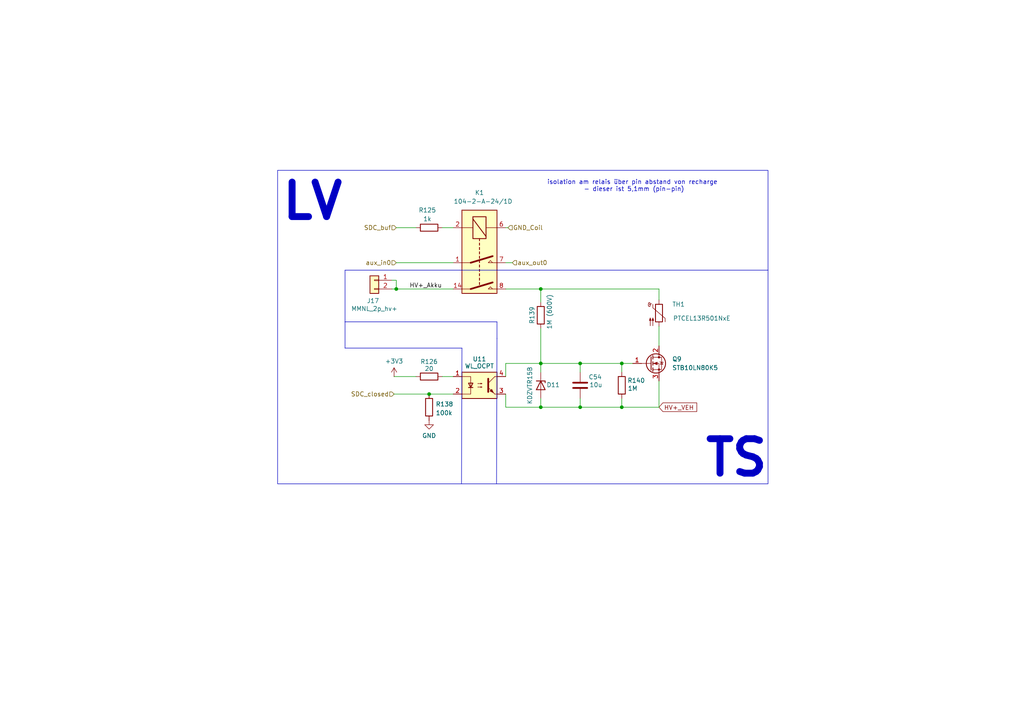
<source format=kicad_sch>
(kicad_sch
	(version 20231120)
	(generator "eeschema")
	(generator_version "8.0")
	(uuid "13e073e0-08f3-43ce-a5c5-b3a3660479c2")
	(paper "A4")
	(lib_symbols
		(symbol "Connector_Generic:Conn_01x02"
			(pin_names
				(offset 1.016) hide)
			(exclude_from_sim no)
			(in_bom yes)
			(on_board yes)
			(property "Reference" "J"
				(at 0 2.54 0)
				(effects
					(font
						(size 1.27 1.27)
					)
				)
			)
			(property "Value" "Conn_01x02"
				(at 0 -5.08 0)
				(effects
					(font
						(size 1.27 1.27)
					)
				)
			)
			(property "Footprint" ""
				(at 0 0 0)
				(effects
					(font
						(size 1.27 1.27)
					)
					(hide yes)
				)
			)
			(property "Datasheet" "~"
				(at 0 0 0)
				(effects
					(font
						(size 1.27 1.27)
					)
					(hide yes)
				)
			)
			(property "Description" "Generic connector, single row, 01x02, script generated (kicad-library-utils/schlib/autogen/connector/)"
				(at 0 0 0)
				(effects
					(font
						(size 1.27 1.27)
					)
					(hide yes)
				)
			)
			(property "ki_keywords" "connector"
				(at 0 0 0)
				(effects
					(font
						(size 1.27 1.27)
					)
					(hide yes)
				)
			)
			(property "ki_fp_filters" "Connector*:*_1x??_*"
				(at 0 0 0)
				(effects
					(font
						(size 1.27 1.27)
					)
					(hide yes)
				)
			)
			(symbol "Conn_01x02_1_1"
				(rectangle
					(start -1.27 -2.413)
					(end 0 -2.667)
					(stroke
						(width 0.1524)
						(type default)
					)
					(fill
						(type none)
					)
				)
				(rectangle
					(start -1.27 0.127)
					(end 0 -0.127)
					(stroke
						(width 0.1524)
						(type default)
					)
					(fill
						(type none)
					)
				)
				(rectangle
					(start -1.27 1.27)
					(end 1.27 -3.81)
					(stroke
						(width 0.254)
						(type default)
					)
					(fill
						(type background)
					)
				)
				(pin passive line
					(at -5.08 0 0)
					(length 3.81)
					(name "Pin_1"
						(effects
							(font
								(size 1.27 1.27)
							)
						)
					)
					(number "1"
						(effects
							(font
								(size 1.27 1.27)
							)
						)
					)
				)
				(pin passive line
					(at -5.08 -2.54 0)
					(length 3.81)
					(name "Pin_2"
						(effects
							(font
								(size 1.27 1.27)
							)
						)
					)
					(number "2"
						(effects
							(font
								(size 1.27 1.27)
							)
						)
					)
				)
			)
		)
		(symbol "Device:C"
			(pin_numbers hide)
			(pin_names
				(offset 0.254)
			)
			(exclude_from_sim no)
			(in_bom yes)
			(on_board yes)
			(property "Reference" "C"
				(at 0.635 2.54 0)
				(effects
					(font
						(size 1.27 1.27)
					)
					(justify left)
				)
			)
			(property "Value" "C"
				(at 0.635 -2.54 0)
				(effects
					(font
						(size 1.27 1.27)
					)
					(justify left)
				)
			)
			(property "Footprint" ""
				(at 0.9652 -3.81 0)
				(effects
					(font
						(size 1.27 1.27)
					)
					(hide yes)
				)
			)
			(property "Datasheet" "~"
				(at 0 0 0)
				(effects
					(font
						(size 1.27 1.27)
					)
					(hide yes)
				)
			)
			(property "Description" "Unpolarized capacitor"
				(at 0 0 0)
				(effects
					(font
						(size 1.27 1.27)
					)
					(hide yes)
				)
			)
			(property "ki_keywords" "cap capacitor"
				(at 0 0 0)
				(effects
					(font
						(size 1.27 1.27)
					)
					(hide yes)
				)
			)
			(property "ki_fp_filters" "C_*"
				(at 0 0 0)
				(effects
					(font
						(size 1.27 1.27)
					)
					(hide yes)
				)
			)
			(symbol "C_0_1"
				(polyline
					(pts
						(xy -2.032 -0.762) (xy 2.032 -0.762)
					)
					(stroke
						(width 0.508)
						(type default)
					)
					(fill
						(type none)
					)
				)
				(polyline
					(pts
						(xy -2.032 0.762) (xy 2.032 0.762)
					)
					(stroke
						(width 0.508)
						(type default)
					)
					(fill
						(type none)
					)
				)
			)
			(symbol "C_1_1"
				(pin passive line
					(at 0 3.81 270)
					(length 2.794)
					(name "~"
						(effects
							(font
								(size 1.27 1.27)
							)
						)
					)
					(number "1"
						(effects
							(font
								(size 1.27 1.27)
							)
						)
					)
				)
				(pin passive line
					(at 0 -3.81 90)
					(length 2.794)
					(name "~"
						(effects
							(font
								(size 1.27 1.27)
							)
						)
					)
					(number "2"
						(effects
							(font
								(size 1.27 1.27)
							)
						)
					)
				)
			)
		)
		(symbol "Device:D_Zener"
			(pin_numbers hide)
			(pin_names
				(offset 1.016) hide)
			(exclude_from_sim no)
			(in_bom yes)
			(on_board yes)
			(property "Reference" "D"
				(at 0 2.54 0)
				(effects
					(font
						(size 1.27 1.27)
					)
				)
			)
			(property "Value" "D_Zener"
				(at 0 -2.54 0)
				(effects
					(font
						(size 1.27 1.27)
					)
				)
			)
			(property "Footprint" ""
				(at 0 0 0)
				(effects
					(font
						(size 1.27 1.27)
					)
					(hide yes)
				)
			)
			(property "Datasheet" "~"
				(at 0 0 0)
				(effects
					(font
						(size 1.27 1.27)
					)
					(hide yes)
				)
			)
			(property "Description" "Zener diode"
				(at 0 0 0)
				(effects
					(font
						(size 1.27 1.27)
					)
					(hide yes)
				)
			)
			(property "ki_keywords" "diode"
				(at 0 0 0)
				(effects
					(font
						(size 1.27 1.27)
					)
					(hide yes)
				)
			)
			(property "ki_fp_filters" "TO-???* *_Diode_* *SingleDiode* D_*"
				(at 0 0 0)
				(effects
					(font
						(size 1.27 1.27)
					)
					(hide yes)
				)
			)
			(symbol "D_Zener_0_1"
				(polyline
					(pts
						(xy 1.27 0) (xy -1.27 0)
					)
					(stroke
						(width 0)
						(type default)
					)
					(fill
						(type none)
					)
				)
				(polyline
					(pts
						(xy -1.27 -1.27) (xy -1.27 1.27) (xy -0.762 1.27)
					)
					(stroke
						(width 0.254)
						(type default)
					)
					(fill
						(type none)
					)
				)
				(polyline
					(pts
						(xy 1.27 -1.27) (xy 1.27 1.27) (xy -1.27 0) (xy 1.27 -1.27)
					)
					(stroke
						(width 0.254)
						(type default)
					)
					(fill
						(type none)
					)
				)
			)
			(symbol "D_Zener_1_1"
				(pin passive line
					(at -3.81 0 0)
					(length 2.54)
					(name "K"
						(effects
							(font
								(size 1.27 1.27)
							)
						)
					)
					(number "1"
						(effects
							(font
								(size 1.27 1.27)
							)
						)
					)
				)
				(pin passive line
					(at 3.81 0 180)
					(length 2.54)
					(name "A"
						(effects
							(font
								(size 1.27 1.27)
							)
						)
					)
					(number "2"
						(effects
							(font
								(size 1.27 1.27)
							)
						)
					)
				)
			)
		)
		(symbol "Device:R"
			(pin_numbers hide)
			(pin_names
				(offset 0)
			)
			(exclude_from_sim no)
			(in_bom yes)
			(on_board yes)
			(property "Reference" "R"
				(at 2.032 0 90)
				(effects
					(font
						(size 1.27 1.27)
					)
				)
			)
			(property "Value" "R"
				(at 0 0 90)
				(effects
					(font
						(size 1.27 1.27)
					)
				)
			)
			(property "Footprint" ""
				(at -1.778 0 90)
				(effects
					(font
						(size 1.27 1.27)
					)
					(hide yes)
				)
			)
			(property "Datasheet" "~"
				(at 0 0 0)
				(effects
					(font
						(size 1.27 1.27)
					)
					(hide yes)
				)
			)
			(property "Description" "Resistor"
				(at 0 0 0)
				(effects
					(font
						(size 1.27 1.27)
					)
					(hide yes)
				)
			)
			(property "ki_keywords" "R res resistor"
				(at 0 0 0)
				(effects
					(font
						(size 1.27 1.27)
					)
					(hide yes)
				)
			)
			(property "ki_fp_filters" "R_*"
				(at 0 0 0)
				(effects
					(font
						(size 1.27 1.27)
					)
					(hide yes)
				)
			)
			(symbol "R_0_1"
				(rectangle
					(start -1.016 -2.54)
					(end 1.016 2.54)
					(stroke
						(width 0.254)
						(type default)
					)
					(fill
						(type none)
					)
				)
			)
			(symbol "R_1_1"
				(pin passive line
					(at 0 3.81 270)
					(length 1.27)
					(name "~"
						(effects
							(font
								(size 1.27 1.27)
							)
						)
					)
					(number "1"
						(effects
							(font
								(size 1.27 1.27)
							)
						)
					)
				)
				(pin passive line
					(at 0 -3.81 90)
					(length 1.27)
					(name "~"
						(effects
							(font
								(size 1.27 1.27)
							)
						)
					)
					(number "2"
						(effects
							(font
								(size 1.27 1.27)
							)
						)
					)
				)
			)
		)
		(symbol "Device:Thermistor_PTC"
			(pin_numbers hide)
			(pin_names
				(offset 0)
			)
			(exclude_from_sim no)
			(in_bom yes)
			(on_board yes)
			(property "Reference" "TH"
				(at -4.064 0 90)
				(effects
					(font
						(size 1.27 1.27)
					)
				)
			)
			(property "Value" "Thermistor_PTC"
				(at 3.048 0 90)
				(effects
					(font
						(size 1.27 1.27)
					)
				)
			)
			(property "Footprint" ""
				(at 1.27 -5.08 0)
				(effects
					(font
						(size 1.27 1.27)
					)
					(justify left)
					(hide yes)
				)
			)
			(property "Datasheet" "~"
				(at 0 0 0)
				(effects
					(font
						(size 1.27 1.27)
					)
					(hide yes)
				)
			)
			(property "Description" "Temperature dependent resistor, positive temperature coefficient"
				(at 0 0 0)
				(effects
					(font
						(size 1.27 1.27)
					)
					(hide yes)
				)
			)
			(property "ki_keywords" "resistor PTC thermistor sensor RTD"
				(at 0 0 0)
				(effects
					(font
						(size 1.27 1.27)
					)
					(hide yes)
				)
			)
			(property "ki_fp_filters" "*PTC* *Thermistor* PIN?ARRAY* bornier* *Terminal?Block* R_*"
				(at 0 0 0)
				(effects
					(font
						(size 1.27 1.27)
					)
					(hide yes)
				)
			)
			(symbol "Thermistor_PTC_0_1"
				(arc
					(start -3.048 2.159)
					(mid -3.0495 2.3143)
					(end -3.175 2.413)
					(stroke
						(width 0)
						(type default)
					)
					(fill
						(type none)
					)
				)
				(arc
					(start -3.048 2.159)
					(mid -2.9736 1.9794)
					(end -2.794 1.905)
					(stroke
						(width 0)
						(type default)
					)
					(fill
						(type none)
					)
				)
				(arc
					(start -3.048 2.794)
					(mid -2.9736 2.6144)
					(end -2.794 2.54)
					(stroke
						(width 0)
						(type default)
					)
					(fill
						(type none)
					)
				)
				(arc
					(start -2.794 1.905)
					(mid -2.6144 1.9794)
					(end -2.54 2.159)
					(stroke
						(width 0)
						(type default)
					)
					(fill
						(type none)
					)
				)
				(arc
					(start -2.794 2.54)
					(mid -2.4393 2.5587)
					(end -2.159 2.794)
					(stroke
						(width 0)
						(type default)
					)
					(fill
						(type none)
					)
				)
				(arc
					(start -2.794 3.048)
					(mid -2.9736 2.9736)
					(end -3.048 2.794)
					(stroke
						(width 0)
						(type default)
					)
					(fill
						(type none)
					)
				)
				(arc
					(start -2.54 2.794)
					(mid -2.6144 2.9736)
					(end -2.794 3.048)
					(stroke
						(width 0)
						(type default)
					)
					(fill
						(type none)
					)
				)
				(rectangle
					(start -1.016 2.54)
					(end 1.016 -2.54)
					(stroke
						(width 0.254)
						(type default)
					)
					(fill
						(type none)
					)
				)
				(polyline
					(pts
						(xy -2.54 2.159) (xy -2.54 2.794)
					)
					(stroke
						(width 0)
						(type default)
					)
					(fill
						(type none)
					)
				)
				(polyline
					(pts
						(xy -1.778 2.54) (xy -1.778 1.524) (xy 1.778 -1.524) (xy 1.778 -2.54)
					)
					(stroke
						(width 0)
						(type default)
					)
					(fill
						(type none)
					)
				)
				(polyline
					(pts
						(xy -2.54 -3.683) (xy -2.54 -1.397) (xy -2.794 -2.159) (xy -2.286 -2.159) (xy -2.54 -1.397) (xy -2.54 -1.651)
					)
					(stroke
						(width 0)
						(type default)
					)
					(fill
						(type outline)
					)
				)
				(polyline
					(pts
						(xy -1.778 -3.683) (xy -1.778 -1.397) (xy -2.032 -2.159) (xy -1.524 -2.159) (xy -1.778 -1.397)
						(xy -1.778 -1.651)
					)
					(stroke
						(width 0)
						(type default)
					)
					(fill
						(type outline)
					)
				)
			)
			(symbol "Thermistor_PTC_1_1"
				(pin passive line
					(at 0 3.81 270)
					(length 1.27)
					(name "~"
						(effects
							(font
								(size 1.27 1.27)
							)
						)
					)
					(number "1"
						(effects
							(font
								(size 1.27 1.27)
							)
						)
					)
				)
				(pin passive line
					(at 0 -3.81 90)
					(length 1.27)
					(name "~"
						(effects
							(font
								(size 1.27 1.27)
							)
						)
					)
					(number "2"
						(effects
							(font
								(size 1.27 1.27)
							)
						)
					)
				)
			)
		)
		(symbol "Isolator:FODM217A"
			(exclude_from_sim no)
			(in_bom yes)
			(on_board yes)
			(property "Reference" "U4"
				(at 1.27 7.62 0)
				(effects
					(font
						(size 1.27 1.27)
					)
				)
			)
			(property "Value" "WL_OCDA"
				(at 1.27 5.588 0)
				(effects
					(font
						(size 1.27 1.27)
					)
				)
			)
			(property "Footprint" "Package_SO:SOP-4_4.4x2.6mm_P1.27mm"
				(at 0 -5.08 0)
				(effects
					(font
						(size 1.27 1.27)
						(italic yes)
					)
					(hide yes)
				)
			)
			(property "Datasheet" ""
				(at 0 0 0)
				(effects
					(font
						(size 1.27 1.27)
					)
					(justify left)
					(hide yes)
				)
			)
			(property "Description" "141352145000"
				(at 0 0 0)
				(effects
					(font
						(size 1.27 1.27)
					)
					(hide yes)
				)
			)
			(property "ki_keywords" "DC Phototransistor Optocoupler"
				(at 0 0 0)
				(effects
					(font
						(size 1.27 1.27)
					)
					(hide yes)
				)
			)
			(property "ki_fp_filters" "SOP*4.4x2.6mm*P1.27mm*"
				(at 0 0 0)
				(effects
					(font
						(size 1.27 1.27)
					)
					(hide yes)
				)
			)
			(symbol "FODM217A_0_1"
				(rectangle
					(start -5.08 3.81)
					(end 5.08 -3.81)
					(stroke
						(width 0.254)
						(type default)
					)
					(fill
						(type background)
					)
				)
				(polyline
					(pts
						(xy -3.175 -0.635) (xy -1.905 -0.635)
					)
					(stroke
						(width 0.254)
						(type default)
					)
					(fill
						(type none)
					)
				)
				(polyline
					(pts
						(xy 2.54 0.635) (xy 4.445 2.54)
					)
					(stroke
						(width 0)
						(type default)
					)
					(fill
						(type none)
					)
				)
				(polyline
					(pts
						(xy 4.445 -2.54) (xy 2.54 -0.635)
					)
					(stroke
						(width 0)
						(type default)
					)
					(fill
						(type outline)
					)
				)
				(polyline
					(pts
						(xy 4.445 -2.54) (xy 5.08 -2.54)
					)
					(stroke
						(width 0)
						(type default)
					)
					(fill
						(type none)
					)
				)
				(polyline
					(pts
						(xy 4.445 2.54) (xy 5.08 2.54)
					)
					(stroke
						(width 0)
						(type default)
					)
					(fill
						(type none)
					)
				)
				(polyline
					(pts
						(xy -5.08 2.54) (xy -2.54 2.54) (xy -2.54 -0.635)
					)
					(stroke
						(width 0)
						(type default)
					)
					(fill
						(type none)
					)
				)
				(polyline
					(pts
						(xy -2.54 -0.635) (xy -2.54 -2.54) (xy -5.08 -2.54)
					)
					(stroke
						(width 0)
						(type default)
					)
					(fill
						(type none)
					)
				)
				(polyline
					(pts
						(xy 2.54 1.905) (xy 2.54 -1.905) (xy 2.54 -1.905)
					)
					(stroke
						(width 0.508)
						(type default)
					)
					(fill
						(type none)
					)
				)
				(polyline
					(pts
						(xy -2.54 -0.635) (xy -3.175 0.635) (xy -1.905 0.635) (xy -2.54 -0.635)
					)
					(stroke
						(width 0.254)
						(type default)
					)
					(fill
						(type none)
					)
				)
				(polyline
					(pts
						(xy -0.508 -0.508) (xy 0.762 -0.508) (xy 0.381 -0.635) (xy 0.381 -0.381) (xy 0.762 -0.508)
					)
					(stroke
						(width 0)
						(type default)
					)
					(fill
						(type none)
					)
				)
				(polyline
					(pts
						(xy -0.508 0.508) (xy 0.762 0.508) (xy 0.381 0.381) (xy 0.381 0.635) (xy 0.762 0.508)
					)
					(stroke
						(width 0)
						(type default)
					)
					(fill
						(type none)
					)
				)
				(polyline
					(pts
						(xy 3.048 -1.651) (xy 3.556 -1.143) (xy 4.064 -2.159) (xy 3.048 -1.651) (xy 3.048 -1.651)
					)
					(stroke
						(width 0)
						(type default)
					)
					(fill
						(type outline)
					)
				)
			)
			(symbol "FODM217A_1_1"
				(pin passive line
					(at -7.62 2.54 0)
					(length 2.54)
					(name "~"
						(effects
							(font
								(size 1.27 1.27)
							)
						)
					)
					(number "1"
						(effects
							(font
								(size 1.27 1.27)
							)
						)
					)
				)
				(pin passive line
					(at -7.62 -2.54 0)
					(length 2.54)
					(name "~"
						(effects
							(font
								(size 1.27 1.27)
							)
						)
					)
					(number "2"
						(effects
							(font
								(size 1.27 1.27)
							)
						)
					)
				)
				(pin passive line
					(at 7.62 -2.54 180)
					(length 2.54)
					(name "~"
						(effects
							(font
								(size 1.27 1.27)
							)
						)
					)
					(number "3"
						(effects
							(font
								(size 1.27 1.27)
							)
						)
					)
				)
				(pin passive line
					(at 7.62 2.54 180)
					(length 2.54)
					(name "~"
						(effects
							(font
								(size 1.27 1.27)
							)
						)
					)
					(number "4"
						(effects
							(font
								(size 1.27 1.27)
							)
						)
					)
				)
			)
		)
		(symbol "Relay:DIPxx-2Axx-21x"
			(exclude_from_sim no)
			(in_bom yes)
			(on_board yes)
			(property "Reference" "K"
				(at 12.7 3.81 0)
				(effects
					(font
						(size 1.27 1.27)
					)
					(justify left)
				)
			)
			(property "Value" "DIPxx-2Axx-21x"
				(at 12.7 1.27 0)
				(effects
					(font
						(size 1.27 1.27)
					)
					(justify left)
				)
			)
			(property "Footprint" "Relay_THT:Relay_StandexMeder_DIP_LowProfile"
				(at 12.7 -1.27 0)
				(effects
					(font
						(size 1.27 1.27)
					)
					(justify left)
					(hide yes)
				)
			)
			(property "Datasheet" "https://standexelectronics.com/wp-content/uploads/datasheet_reed_relay_DIP.pdf"
				(at 0 0 0)
				(effects
					(font
						(size 1.27 1.27)
					)
					(hide yes)
				)
			)
			(property "Description" "Standex Meder DIP reed relay, DPST, Closing Contacts"
				(at 0 0 0)
				(effects
					(font
						(size 1.27 1.27)
					)
					(hide yes)
				)
			)
			(property "ki_keywords" "Single Pole Reed Relay DPST"
				(at 0 0 0)
				(effects
					(font
						(size 1.27 1.27)
					)
					(hide yes)
				)
			)
			(property "ki_fp_filters" "Relay*StandexMeder*DIP*LowProfile*"
				(at 0 0 0)
				(effects
					(font
						(size 1.27 1.27)
					)
					(hide yes)
				)
			)
			(symbol "DIPxx-2Axx-21x_0_0"
				(polyline
					(pts
						(xy 2.54 5.08) (xy 2.54 2.54) (xy 1.905 3.175) (xy 2.54 3.81)
					)
					(stroke
						(width 0)
						(type default)
					)
					(fill
						(type none)
					)
				)
				(polyline
					(pts
						(xy 10.16 5.08) (xy 10.16 2.54) (xy 9.525 3.175) (xy 10.16 3.81)
					)
					(stroke
						(width 0)
						(type default)
					)
					(fill
						(type none)
					)
				)
			)
			(symbol "DIPxx-2Axx-21x_0_1"
				(rectangle
					(start -12.7 5.08)
					(end 11.43 -5.08)
					(stroke
						(width 0.254)
						(type default)
					)
					(fill
						(type background)
					)
				)
				(rectangle
					(start -10.795 1.905)
					(end -4.445 -1.905)
					(stroke
						(width 0.254)
						(type default)
					)
					(fill
						(type none)
					)
				)
				(polyline
					(pts
						(xy -10.16 -1.905) (xy -5.08 1.905)
					)
					(stroke
						(width 0.254)
						(type default)
					)
					(fill
						(type none)
					)
				)
				(polyline
					(pts
						(xy -7.62 -5.08) (xy -7.62 -1.905)
					)
					(stroke
						(width 0)
						(type default)
					)
					(fill
						(type none)
					)
				)
				(polyline
					(pts
						(xy -7.62 5.08) (xy -7.62 1.905)
					)
					(stroke
						(width 0)
						(type default)
					)
					(fill
						(type none)
					)
				)
				(polyline
					(pts
						(xy -4.445 0) (xy -3.81 0)
					)
					(stroke
						(width 0.254)
						(type default)
					)
					(fill
						(type none)
					)
				)
				(polyline
					(pts
						(xy -3.175 0) (xy -2.54 0)
					)
					(stroke
						(width 0.254)
						(type default)
					)
					(fill
						(type none)
					)
				)
				(polyline
					(pts
						(xy -1.905 0) (xy -1.27 0)
					)
					(stroke
						(width 0.254)
						(type default)
					)
					(fill
						(type none)
					)
				)
				(polyline
					(pts
						(xy -0.635 0) (xy 0 0)
					)
					(stroke
						(width 0.254)
						(type default)
					)
					(fill
						(type none)
					)
				)
				(polyline
					(pts
						(xy 0.635 0) (xy 1.27 0)
					)
					(stroke
						(width 0.254)
						(type default)
					)
					(fill
						(type none)
					)
				)
				(polyline
					(pts
						(xy 1.905 0) (xy 2.54 0)
					)
					(stroke
						(width 0.254)
						(type default)
					)
					(fill
						(type none)
					)
				)
				(polyline
					(pts
						(xy 2.54 -2.54) (xy 0.635 3.81)
					)
					(stroke
						(width 0.508)
						(type default)
					)
					(fill
						(type none)
					)
				)
				(polyline
					(pts
						(xy 2.54 -2.54) (xy 2.54 -5.08)
					)
					(stroke
						(width 0)
						(type default)
					)
					(fill
						(type none)
					)
				)
				(polyline
					(pts
						(xy 3.175 0) (xy 3.81 0)
					)
					(stroke
						(width 0.254)
						(type default)
					)
					(fill
						(type none)
					)
				)
				(polyline
					(pts
						(xy 4.445 0) (xy 5.08 0)
					)
					(stroke
						(width 0.254)
						(type default)
					)
					(fill
						(type none)
					)
				)
				(polyline
					(pts
						(xy 5.715 0) (xy 6.35 0)
					)
					(stroke
						(width 0.254)
						(type default)
					)
					(fill
						(type none)
					)
				)
				(polyline
					(pts
						(xy 6.985 0) (xy 7.62 0)
					)
					(stroke
						(width 0.254)
						(type default)
					)
					(fill
						(type none)
					)
				)
				(polyline
					(pts
						(xy 8.255 0) (xy 8.89 0)
					)
					(stroke
						(width 0.254)
						(type default)
					)
					(fill
						(type none)
					)
				)
				(polyline
					(pts
						(xy 10.16 -2.54) (xy 8.255 3.81)
					)
					(stroke
						(width 0.508)
						(type default)
					)
					(fill
						(type none)
					)
				)
				(polyline
					(pts
						(xy 10.16 -2.54) (xy 10.16 -5.08)
					)
					(stroke
						(width 0)
						(type default)
					)
					(fill
						(type none)
					)
				)
			)
			(symbol "DIPxx-2Axx-21x_1_1"
				(pin passive line
					(at 2.54 -7.62 90)
					(length 2.54)
					(name "~"
						(effects
							(font
								(size 1.27 1.27)
							)
						)
					)
					(number "1"
						(effects
							(font
								(size 1.27 1.27)
							)
						)
					)
				)
				(pin passive line
					(at 10.16 -7.62 90)
					(length 2.54)
					(name "~"
						(effects
							(font
								(size 1.27 1.27)
							)
						)
					)
					(number "14"
						(effects
							(font
								(size 1.27 1.27)
							)
						)
					)
				)
				(pin passive line
					(at -7.62 -7.62 90)
					(length 2.54)
					(name "~"
						(effects
							(font
								(size 1.27 1.27)
							)
						)
					)
					(number "2"
						(effects
							(font
								(size 1.27 1.27)
							)
						)
					)
				)
				(pin passive line
					(at -7.62 7.62 270)
					(length 2.54)
					(name "~"
						(effects
							(font
								(size 1.27 1.27)
							)
						)
					)
					(number "6"
						(effects
							(font
								(size 1.27 1.27)
							)
						)
					)
				)
				(pin passive line
					(at 2.54 7.62 270)
					(length 2.54)
					(name "~"
						(effects
							(font
								(size 1.27 1.27)
							)
						)
					)
					(number "7"
						(effects
							(font
								(size 1.27 1.27)
							)
						)
					)
				)
				(pin passive line
					(at 10.16 7.62 270)
					(length 2.54)
					(name "~"
						(effects
							(font
								(size 1.27 1.27)
							)
						)
					)
					(number "8"
						(effects
							(font
								(size 1.27 1.27)
							)
						)
					)
				)
			)
		)
		(symbol "Transistor_FET:STB15N80K5"
			(pin_names hide)
			(exclude_from_sim no)
			(in_bom yes)
			(on_board yes)
			(property "Reference" "Q"
				(at 5.08 1.905 0)
				(effects
					(font
						(size 1.27 1.27)
					)
					(justify left)
				)
			)
			(property "Value" "STB15N80K5"
				(at 5.08 0 0)
				(effects
					(font
						(size 1.27 1.27)
					)
					(justify left)
				)
			)
			(property "Footprint" "Package_TO_SOT_SMD:TO-263-2"
				(at 5.08 -1.905 0)
				(effects
					(font
						(size 1.27 1.27)
						(italic yes)
					)
					(justify left)
					(hide yes)
				)
			)
			(property "Datasheet" "https://www.st.com/resource/en/datasheet/stb15n80k5.pdf"
				(at 5.08 -3.81 0)
				(effects
					(font
						(size 1.27 1.27)
					)
					(justify left)
					(hide yes)
				)
			)
			(property "Description" "14A Id, 800V Vds, N-Channel MOSFET, 375mOhm Ron, D2PAK"
				(at 0 0 0)
				(effects
					(font
						(size 1.27 1.27)
					)
					(hide yes)
				)
			)
			(property "ki_keywords" "N-Channel MOSFET"
				(at 0 0 0)
				(effects
					(font
						(size 1.27 1.27)
					)
					(hide yes)
				)
			)
			(property "ki_fp_filters" "TO?263*"
				(at 0 0 0)
				(effects
					(font
						(size 1.27 1.27)
					)
					(hide yes)
				)
			)
			(symbol "STB15N80K5_0_1"
				(polyline
					(pts
						(xy 0.254 0) (xy -2.54 0)
					)
					(stroke
						(width 0)
						(type default)
					)
					(fill
						(type none)
					)
				)
				(polyline
					(pts
						(xy 0.254 1.905) (xy 0.254 -1.905)
					)
					(stroke
						(width 0.254)
						(type default)
					)
					(fill
						(type none)
					)
				)
				(polyline
					(pts
						(xy 0.762 -1.27) (xy 0.762 -2.286)
					)
					(stroke
						(width 0.254)
						(type default)
					)
					(fill
						(type none)
					)
				)
				(polyline
					(pts
						(xy 0.762 0.508) (xy 0.762 -0.508)
					)
					(stroke
						(width 0.254)
						(type default)
					)
					(fill
						(type none)
					)
				)
				(polyline
					(pts
						(xy 0.762 2.286) (xy 0.762 1.27)
					)
					(stroke
						(width 0.254)
						(type default)
					)
					(fill
						(type none)
					)
				)
				(polyline
					(pts
						(xy 2.54 2.54) (xy 2.54 1.778)
					)
					(stroke
						(width 0)
						(type default)
					)
					(fill
						(type none)
					)
				)
				(polyline
					(pts
						(xy 2.54 -2.54) (xy 2.54 0) (xy 0.762 0)
					)
					(stroke
						(width 0)
						(type default)
					)
					(fill
						(type none)
					)
				)
				(polyline
					(pts
						(xy 0.762 -1.778) (xy 3.302 -1.778) (xy 3.302 1.778) (xy 0.762 1.778)
					)
					(stroke
						(width 0)
						(type default)
					)
					(fill
						(type none)
					)
				)
				(polyline
					(pts
						(xy 1.016 0) (xy 2.032 0.381) (xy 2.032 -0.381) (xy 1.016 0)
					)
					(stroke
						(width 0)
						(type default)
					)
					(fill
						(type outline)
					)
				)
				(polyline
					(pts
						(xy 2.794 0.508) (xy 2.921 0.381) (xy 3.683 0.381) (xy 3.81 0.254)
					)
					(stroke
						(width 0)
						(type default)
					)
					(fill
						(type none)
					)
				)
				(polyline
					(pts
						(xy 3.302 0.381) (xy 2.921 -0.254) (xy 3.683 -0.254) (xy 3.302 0.381)
					)
					(stroke
						(width 0)
						(type default)
					)
					(fill
						(type none)
					)
				)
				(circle
					(center 1.651 0)
					(radius 2.794)
					(stroke
						(width 0.254)
						(type default)
					)
					(fill
						(type none)
					)
				)
				(circle
					(center 2.54 -1.778)
					(radius 0.254)
					(stroke
						(width 0)
						(type default)
					)
					(fill
						(type outline)
					)
				)
				(circle
					(center 2.54 1.778)
					(radius 0.254)
					(stroke
						(width 0)
						(type default)
					)
					(fill
						(type outline)
					)
				)
			)
			(symbol "STB15N80K5_1_1"
				(pin passive line
					(at -5.08 0 0)
					(length 2.54)
					(name "G"
						(effects
							(font
								(size 1.27 1.27)
							)
						)
					)
					(number "1"
						(effects
							(font
								(size 1.27 1.27)
							)
						)
					)
				)
				(pin passive line
					(at 2.54 5.08 270)
					(length 2.54)
					(name "D"
						(effects
							(font
								(size 1.27 1.27)
							)
						)
					)
					(number "2"
						(effects
							(font
								(size 1.27 1.27)
							)
						)
					)
				)
				(pin passive line
					(at 2.54 -5.08 90)
					(length 2.54)
					(name "S"
						(effects
							(font
								(size 1.27 1.27)
							)
						)
					)
					(number "3"
						(effects
							(font
								(size 1.27 1.27)
							)
						)
					)
				)
			)
		)
		(symbol "power:+3V3"
			(power)
			(pin_numbers hide)
			(pin_names
				(offset 0) hide)
			(exclude_from_sim no)
			(in_bom yes)
			(on_board yes)
			(property "Reference" "#PWR"
				(at 0 -3.81 0)
				(effects
					(font
						(size 1.27 1.27)
					)
					(hide yes)
				)
			)
			(property "Value" "+3V3"
				(at 0 3.556 0)
				(effects
					(font
						(size 1.27 1.27)
					)
				)
			)
			(property "Footprint" ""
				(at 0 0 0)
				(effects
					(font
						(size 1.27 1.27)
					)
					(hide yes)
				)
			)
			(property "Datasheet" ""
				(at 0 0 0)
				(effects
					(font
						(size 1.27 1.27)
					)
					(hide yes)
				)
			)
			(property "Description" "Power symbol creates a global label with name \"+3V3\""
				(at 0 0 0)
				(effects
					(font
						(size 1.27 1.27)
					)
					(hide yes)
				)
			)
			(property "ki_keywords" "global power"
				(at 0 0 0)
				(effects
					(font
						(size 1.27 1.27)
					)
					(hide yes)
				)
			)
			(symbol "+3V3_0_1"
				(polyline
					(pts
						(xy -0.762 1.27) (xy 0 2.54)
					)
					(stroke
						(width 0)
						(type default)
					)
					(fill
						(type none)
					)
				)
				(polyline
					(pts
						(xy 0 0) (xy 0 2.54)
					)
					(stroke
						(width 0)
						(type default)
					)
					(fill
						(type none)
					)
				)
				(polyline
					(pts
						(xy 0 2.54) (xy 0.762 1.27)
					)
					(stroke
						(width 0)
						(type default)
					)
					(fill
						(type none)
					)
				)
			)
			(symbol "+3V3_1_1"
				(pin power_in line
					(at 0 0 90)
					(length 0)
					(name "~"
						(effects
							(font
								(size 1.27 1.27)
							)
						)
					)
					(number "1"
						(effects
							(font
								(size 1.27 1.27)
							)
						)
					)
				)
			)
		)
		(symbol "power:GND"
			(power)
			(pin_numbers hide)
			(pin_names
				(offset 0) hide)
			(exclude_from_sim no)
			(in_bom yes)
			(on_board yes)
			(property "Reference" "#PWR"
				(at 0 -6.35 0)
				(effects
					(font
						(size 1.27 1.27)
					)
					(hide yes)
				)
			)
			(property "Value" "GND"
				(at 0 -3.81 0)
				(effects
					(font
						(size 1.27 1.27)
					)
				)
			)
			(property "Footprint" ""
				(at 0 0 0)
				(effects
					(font
						(size 1.27 1.27)
					)
					(hide yes)
				)
			)
			(property "Datasheet" ""
				(at 0 0 0)
				(effects
					(font
						(size 1.27 1.27)
					)
					(hide yes)
				)
			)
			(property "Description" "Power symbol creates a global label with name \"GND\" , ground"
				(at 0 0 0)
				(effects
					(font
						(size 1.27 1.27)
					)
					(hide yes)
				)
			)
			(property "ki_keywords" "global power"
				(at 0 0 0)
				(effects
					(font
						(size 1.27 1.27)
					)
					(hide yes)
				)
			)
			(symbol "GND_0_1"
				(polyline
					(pts
						(xy 0 0) (xy 0 -1.27) (xy 1.27 -1.27) (xy 0 -2.54) (xy -1.27 -1.27) (xy 0 -1.27)
					)
					(stroke
						(width 0)
						(type default)
					)
					(fill
						(type none)
					)
				)
			)
			(symbol "GND_1_1"
				(pin power_in line
					(at 0 0 270)
					(length 0)
					(name "~"
						(effects
							(font
								(size 1.27 1.27)
							)
						)
					)
					(number "1"
						(effects
							(font
								(size 1.27 1.27)
							)
						)
					)
				)
			)
		)
	)
	(junction
		(at 180.34 118.11)
		(diameter 0)
		(color 0 0 0 0)
		(uuid "3dbcd1f7-cab8-4b17-b9b1-292d82bbd200")
	)
	(junction
		(at 156.845 118.11)
		(diameter 0)
		(color 0 0 0 0)
		(uuid "46531e1a-bdd5-41a7-8f23-684e19d65934")
	)
	(junction
		(at 114.935 83.82)
		(diameter 0)
		(color 0 0 0 0)
		(uuid "69126a6c-e8f2-4642-8ec4-253f40d4767e")
	)
	(junction
		(at 156.845 105.41)
		(diameter 0)
		(color 0 0 0 0)
		(uuid "8a3ade5b-770f-4493-9fd9-a08b40e0beab")
	)
	(junction
		(at 168.275 105.41)
		(diameter 0)
		(color 0 0 0 0)
		(uuid "91744895-41af-4831-b47d-b4b860b19d65")
	)
	(junction
		(at 180.34 105.41)
		(diameter 0)
		(color 0 0 0 0)
		(uuid "9f696f8c-4a1b-4fa2-bcfb-3d8ab899a9dc")
	)
	(junction
		(at 156.845 83.82)
		(diameter 0)
		(color 0 0 0 0)
		(uuid "a5fcc108-7dc8-4be1-9b6d-f2f3c2c67209")
	)
	(junction
		(at 168.275 118.11)
		(diameter 0)
		(color 0 0 0 0)
		(uuid "aa11f6ca-e8c8-4758-99cd-70230615c32f")
	)
	(junction
		(at 124.46 114.3)
		(diameter 0)
		(color 0 0 0 0)
		(uuid "aa393a9f-4d2a-4e95-b143-190f03f0f5c6")
	)
	(wire
		(pts
			(xy 191.135 94.615) (xy 191.135 100.33)
		)
		(stroke
			(width 0)
			(type default)
		)
		(uuid "0aee1144-2e02-44b4-96c5-8dffa94d6bd9")
	)
	(wire
		(pts
			(xy 114.935 83.82) (xy 131.445 83.82)
		)
		(stroke
			(width 0)
			(type default)
		)
		(uuid "0c0d2e09-8716-4761-9d55-4fa087676277")
	)
	(wire
		(pts
			(xy 114.935 76.2) (xy 131.445 76.2)
		)
		(stroke
			(width 0)
			(type default)
		)
		(uuid "10b8b25b-6bf5-4456-bfd8-cec80d18a16b")
	)
	(wire
		(pts
			(xy 168.275 118.11) (xy 180.34 118.11)
		)
		(stroke
			(width 0)
			(type default)
		)
		(uuid "11cd3966-2715-4663-8e83-e0f4ab2fbd53")
	)
	(wire
		(pts
			(xy 168.275 105.41) (xy 180.34 105.41)
		)
		(stroke
			(width 0)
			(type default)
		)
		(uuid "188a7d13-480a-4bf3-b53c-806c85da4d84")
	)
	(wire
		(pts
			(xy 114.935 81.28) (xy 114.935 83.82)
		)
		(stroke
			(width 0)
			(type default)
		)
		(uuid "23dc4324-5ceb-4b81-8666-ce60ce4e4852")
	)
	(wire
		(pts
			(xy 168.275 105.41) (xy 168.275 107.95)
		)
		(stroke
			(width 0)
			(type default)
		)
		(uuid "2df9f9ee-1255-4532-b37d-057fba8f308c")
	)
	(polyline
		(pts
			(xy 100.076 93.345) (xy 144.145 93.345)
		)
		(stroke
			(width 0)
			(type default)
		)
		(uuid "321acafe-3573-4299-8869-ed89606ad628")
	)
	(wire
		(pts
			(xy 180.34 105.41) (xy 180.34 107.95)
		)
		(stroke
			(width 0)
			(type default)
		)
		(uuid "38f200ac-dcb1-45e1-87fc-4de3de0c48fd")
	)
	(wire
		(pts
			(xy 156.845 83.82) (xy 191.135 83.82)
		)
		(stroke
			(width 0)
			(type default)
		)
		(uuid "3df13b28-3e20-47d9-88da-ef18b2b18b64")
	)
	(polyline
		(pts
			(xy 144.145 93.345) (xy 144.145 98.171)
		)
		(stroke
			(width 0)
			(type default)
		)
		(uuid "45402191-42fa-4634-b74c-9c15fccaffe9")
	)
	(wire
		(pts
			(xy 146.685 83.82) (xy 156.845 83.82)
		)
		(stroke
			(width 0)
			(type default)
		)
		(uuid "47883bfe-b59a-480c-b612-adbae2070ec5")
	)
	(polyline
		(pts
			(xy 133.985 100.965) (xy 133.858 140.335)
		)
		(stroke
			(width 0)
			(type default)
		)
		(uuid "4bbac1db-540d-4610-ac88-665ebd88af5f")
	)
	(wire
		(pts
			(xy 148.59 76.2) (xy 146.685 76.2)
		)
		(stroke
			(width 0)
			(type default)
		)
		(uuid "503f7e59-5949-4af8-bdf8-e9bca8e0479c")
	)
	(polyline
		(pts
			(xy 100.076 78.359) (xy 222.758 78.359)
		)
		(stroke
			(width 0)
			(type default)
		)
		(uuid "5f95c404-bf5b-4662-870c-4347ee10ac5f")
	)
	(wire
		(pts
			(xy 156.845 105.41) (xy 168.275 105.41)
		)
		(stroke
			(width 0)
			(type default)
		)
		(uuid "649f3ea8-87c5-44ff-9fe8-2507ae918646")
	)
	(wire
		(pts
			(xy 156.845 118.11) (xy 168.275 118.11)
		)
		(stroke
			(width 0)
			(type default)
		)
		(uuid "65c93360-b3bd-4344-ad0b-21d4300033a3")
	)
	(wire
		(pts
			(xy 156.845 105.41) (xy 156.845 107.95)
		)
		(stroke
			(width 0)
			(type default)
		)
		(uuid "71e5a1f0-e80e-4206-bf9b-fb236ed56a8d")
	)
	(wire
		(pts
			(xy 180.34 118.11) (xy 191.135 118.11)
		)
		(stroke
			(width 0)
			(type default)
		)
		(uuid "77524435-973d-41c6-80fe-170bcdca451a")
	)
	(wire
		(pts
			(xy 168.275 115.57) (xy 168.275 118.11)
		)
		(stroke
			(width 0)
			(type default)
		)
		(uuid "7af2f117-1298-4209-8fb5-24eb66566906")
	)
	(polyline
		(pts
			(xy 100.076 93.345) (xy 100.076 78.359)
		)
		(stroke
			(width 0)
			(type default)
		)
		(uuid "7b95d099-c93c-4803-be45-48f63d7fd4f7")
	)
	(wire
		(pts
			(xy 113.665 81.28) (xy 114.935 81.28)
		)
		(stroke
			(width 0)
			(type default)
		)
		(uuid "84c2178c-1ef5-4dfe-b9fe-d0f271bc60b8")
	)
	(wire
		(pts
			(xy 191.135 110.49) (xy 191.135 118.11)
		)
		(stroke
			(width 0)
			(type default)
		)
		(uuid "86f21e71-289f-439f-9a57-2d084789c941")
	)
	(wire
		(pts
			(xy 114.3 109.22) (xy 120.65 109.22)
		)
		(stroke
			(width 0)
			(type default)
		)
		(uuid "8903d419-78b9-405d-b61e-32f8e5bd5c8c")
	)
	(wire
		(pts
			(xy 180.34 105.41) (xy 183.515 105.41)
		)
		(stroke
			(width 0)
			(type default)
		)
		(uuid "8a2e8b0a-e03a-4203-81fd-f4823bb2ab24")
	)
	(wire
		(pts
			(xy 131.445 114.3) (xy 124.46 114.3)
		)
		(stroke
			(width 0)
			(type default)
		)
		(uuid "8ab84230-a406-4355-9629-f8f4ef21d79d")
	)
	(wire
		(pts
			(xy 156.845 83.82) (xy 156.845 87.63)
		)
		(stroke
			(width 0)
			(type default)
		)
		(uuid "90284ef2-8994-4123-90ce-7b89ac9afda7")
	)
	(polyline
		(pts
			(xy 144.145 98.171) (xy 144.018 140.335)
		)
		(stroke
			(width 0)
			(type default)
		)
		(uuid "a185e4d3-af28-47c0-8286-f94c04d143e4")
	)
	(wire
		(pts
			(xy 156.845 95.25) (xy 156.845 105.41)
		)
		(stroke
			(width 0)
			(type default)
		)
		(uuid "a2e29407-97b6-4f9e-b236-94251b6d80de")
	)
	(wire
		(pts
			(xy 114.3 114.3) (xy 124.46 114.3)
		)
		(stroke
			(width 0)
			(type default)
		)
		(uuid "a4d5e764-8a66-4c7b-9da3-3855ab2c6d92")
	)
	(polyline
		(pts
			(xy 133.985 100.965) (xy 100.076 100.965)
		)
		(stroke
			(width 0)
			(type default)
		)
		(uuid "aeb1fc20-a42d-4d33-ad16-92d90a0eaf18")
	)
	(polyline
		(pts
			(xy 100.076 100.965) (xy 100.076 93.345)
		)
		(stroke
			(width 0)
			(type default)
		)
		(uuid "af056529-da28-41b1-b44b-4f30cd6801c3")
	)
	(wire
		(pts
			(xy 146.685 109.22) (xy 146.685 105.41)
		)
		(stroke
			(width 0)
			(type default)
		)
		(uuid "af9f51eb-c598-4fb2-9f27-9cc5a2fdb70f")
	)
	(wire
		(pts
			(xy 156.845 115.57) (xy 156.845 118.11)
		)
		(stroke
			(width 0)
			(type default)
		)
		(uuid "b97328ff-6eec-4f96-ab9c-ed0ceff3e016")
	)
	(wire
		(pts
			(xy 156.845 105.41) (xy 146.685 105.41)
		)
		(stroke
			(width 0)
			(type default)
		)
		(uuid "b98372b8-4671-42b6-9529-8ffde6bcd393")
	)
	(wire
		(pts
			(xy 146.685 114.3) (xy 146.685 118.11)
		)
		(stroke
			(width 0)
			(type default)
		)
		(uuid "b9d5f677-7b0e-4809-8678-c43987839e39")
	)
	(wire
		(pts
			(xy 114.935 66.04) (xy 120.65 66.04)
		)
		(stroke
			(width 0)
			(type default)
		)
		(uuid "c3e50f85-f138-453b-815f-ea457a483eed")
	)
	(wire
		(pts
			(xy 180.34 115.57) (xy 180.34 118.11)
		)
		(stroke
			(width 0)
			(type default)
		)
		(uuid "c3f487d0-d47f-4eb1-bcf4-c0a9bcf0c327")
	)
	(wire
		(pts
			(xy 128.27 66.04) (xy 131.445 66.04)
		)
		(stroke
			(width 0)
			(type default)
		)
		(uuid "c9a73227-5ed6-4e0c-816e-4584235310dc")
	)
	(wire
		(pts
			(xy 146.685 118.11) (xy 156.845 118.11)
		)
		(stroke
			(width 0)
			(type default)
		)
		(uuid "caf0888e-7bf2-42b3-a2c4-fefc602f9c43")
	)
	(wire
		(pts
			(xy 147.32 66.04) (xy 146.685 66.04)
		)
		(stroke
			(width 0)
			(type default)
		)
		(uuid "e2c8f334-2c5d-47a0-97ed-69546a1b7763")
	)
	(wire
		(pts
			(xy 128.27 109.22) (xy 131.445 109.22)
		)
		(stroke
			(width 0)
			(type default)
		)
		(uuid "e75cfa60-c666-4d1b-9876-7c5fa0089fe7")
	)
	(wire
		(pts
			(xy 113.665 83.82) (xy 114.935 83.82)
		)
		(stroke
			(width 0)
			(type default)
		)
		(uuid "e7d27540-8586-47dd-8183-bf85a1490827")
	)
	(wire
		(pts
			(xy 191.135 83.82) (xy 191.135 86.995)
		)
		(stroke
			(width 0)
			(type default)
		)
		(uuid "ea04d968-d543-43a7-9ef1-ba20341d6966")
	)
	(rectangle
		(start 80.518 49.403)
		(end 222.758 140.335)
		(stroke
			(width 0)
			(type default)
		)
		(fill
			(type none)
		)
		(uuid ee2088ca-3247-4b07-8e05-80ea9bc53a28)
	)
	(text "isolation am relais über pin abstand von recharge \n- dieser ist 5,1mm (pin-pin)"
		(exclude_from_sim no)
		(at 183.896 53.975 0)
		(effects
			(font
				(size 1.27 1.27)
			)
		)
		(uuid "36b6c673-79e9-413a-bcbc-023d48a9a433")
	)
	(text "LV"
		(exclude_from_sim no)
		(at 81.026 58.547 0)
		(effects
			(font
				(size 10 10)
				(thickness 2)
				(bold yes)
			)
			(justify left)
		)
		(uuid "4bf667c7-6d83-4e70-8138-986a1f12963f")
	)
	(text "TS"
		(exclude_from_sim no)
		(at 203.708 132.969 0)
		(effects
			(font
				(size 10 10)
				(thickness 2)
				(bold yes)
			)
			(justify left)
		)
		(uuid "d0980a2d-0eca-4408-8d7c-96c1603edca8")
	)
	(label "HV+_Akku"
		(at 118.745 83.82 0)
		(fields_autoplaced yes)
		(effects
			(font
				(size 1.27 1.27)
			)
			(justify left bottom)
		)
		(uuid "8eff45bd-ed8a-4b71-87bf-5426072cd90e")
	)
	(global_label "HV+_VEH"
		(shape input)
		(at 191.135 118.11 0)
		(fields_autoplaced yes)
		(effects
			(font
				(size 1.27 1.27)
			)
			(justify left)
		)
		(uuid "35510853-0b3a-4a32-8528-251ce4823b96")
		(property "Intersheetrefs" "${INTERSHEET_REFS}"
			(at 202.6474 118.11 0)
			(effects
				(font
					(size 1.27 1.27)
				)
				(justify left)
				(hide yes)
			)
		)
	)
	(hierarchical_label "SDC_buf"
		(shape input)
		(at 114.935 66.04 180)
		(fields_autoplaced yes)
		(effects
			(font
				(size 1.27 1.27)
			)
			(justify right)
		)
		(uuid "615c10b1-91e8-45f5-a722-779e086314e4")
	)
	(hierarchical_label "GND_Coil"
		(shape input)
		(at 147.32 66.04 0)
		(fields_autoplaced yes)
		(effects
			(font
				(size 1.27 1.27)
			)
			(justify left)
		)
		(uuid "7bbfb9b0-be04-438e-ba04-7d021c2b29d7")
	)
	(hierarchical_label "aux_out0"
		(shape input)
		(at 148.59 76.2 0)
		(fields_autoplaced yes)
		(effects
			(font
				(size 1.27 1.27)
			)
			(justify left)
		)
		(uuid "818ebf3a-63a6-431d-a1d1-5a145b31bcb9")
	)
	(hierarchical_label "aux_in0"
		(shape input)
		(at 114.935 76.2 180)
		(fields_autoplaced yes)
		(effects
			(font
				(size 1.27 1.27)
			)
			(justify right)
		)
		(uuid "97cb3382-0130-41b4-a4bc-cedd8121a4ce")
	)
	(hierarchical_label "SDC_closed"
		(shape input)
		(at 114.3 114.3 180)
		(fields_autoplaced yes)
		(effects
			(font
				(size 1.27 1.27)
			)
			(justify right)
		)
		(uuid "d6f150a8-b4dc-4826-a8f9-190a003c1962")
	)
	(symbol
		(lib_id "power:+3V3")
		(at 114.3 109.22 0)
		(unit 1)
		(exclude_from_sim no)
		(in_bom yes)
		(on_board yes)
		(dnp no)
		(uuid "1a100881-e694-4787-965b-11a50e768a4a")
		(property "Reference" "#PWR0138"
			(at 114.3 113.03 0)
			(effects
				(font
					(size 1.27 1.27)
				)
				(hide yes)
			)
		)
		(property "Value" "+3V3"
			(at 114.3 104.775 0)
			(effects
				(font
					(size 1.27 1.27)
				)
			)
		)
		(property "Footprint" ""
			(at 114.3 109.22 0)
			(effects
				(font
					(size 1.27 1.27)
				)
				(hide yes)
			)
		)
		(property "Datasheet" ""
			(at 114.3 109.22 0)
			(effects
				(font
					(size 1.27 1.27)
				)
				(hide yes)
			)
		)
		(property "Description" "Power symbol creates a global label with name \"+3V3\""
			(at 114.3 109.22 0)
			(effects
				(font
					(size 1.27 1.27)
				)
				(hide yes)
			)
		)
		(pin "1"
			(uuid "3bfc0e5f-5d38-4327-b115-084f96dc9846")
		)
		(instances
			(project "Master_FT25"
				(path "/e63e39d7-6ac0-4ffd-8aa3-1841a4541b55/95b8e8bb-175b-4c26-b28f-f18dafbb4793/80d98abd-13b3-4f38-b2ff-0816d428a6c7"
					(reference "#PWR0138")
					(unit 1)
				)
			)
		)
	)
	(symbol
		(lib_id "Device:C")
		(at 168.275 111.76 0)
		(unit 1)
		(exclude_from_sim no)
		(in_bom yes)
		(on_board yes)
		(dnp no)
		(uuid "49d92d2b-9ac2-4c9b-963d-3e61d9dfda10")
		(property "Reference" "C54"
			(at 170.688 109.347 0)
			(effects
				(font
					(size 1.27 1.27)
				)
				(justify left)
			)
		)
		(property "Value" "10u"
			(at 170.942 111.633 0)
			(effects
				(font
					(size 1.27 1.27)
				)
				(justify left)
			)
		)
		(property "Footprint" "Capacitor_SMD:C_1210_3225Metric"
			(at 169.2402 115.57 0)
			(effects
				(font
					(size 1.27 1.27)
				)
				(hide yes)
			)
		)
		(property "Datasheet" "https://www.we-online.com/components/products/datasheet/885012209014.pdf"
			(at 168.275 111.76 0)
			(effects
				(font
					(size 1.27 1.27)
				)
				(hide yes)
			)
		)
		(property "Description" "16V X7R"
			(at 168.275 111.76 0)
			(effects
				(font
					(size 1.27 1.27)
				)
				(hide yes)
			)
		)
		(pin "2"
			(uuid "1fafdb1c-18d8-4f6d-aba6-6da8f4d40855")
		)
		(pin "1"
			(uuid "3a732d15-3b00-42c6-8cfb-1a98d2e169d2")
		)
		(instances
			(project "Master_FT25"
				(path "/e63e39d7-6ac0-4ffd-8aa3-1841a4541b55/95b8e8bb-175b-4c26-b28f-f18dafbb4793/80d98abd-13b3-4f38-b2ff-0816d428a6c7"
					(reference "C54")
					(unit 1)
				)
			)
		)
	)
	(symbol
		(lib_id "Device:R")
		(at 180.34 111.76 0)
		(unit 1)
		(exclude_from_sim no)
		(in_bom yes)
		(on_board yes)
		(dnp no)
		(uuid "6fe264d0-a640-4fbe-978f-d3e06187015a")
		(property "Reference" "R140"
			(at 184.531 110.363 0)
			(effects
				(font
					(size 1.27 1.27)
				)
			)
		)
		(property "Value" "1M"
			(at 183.515 112.649 0)
			(effects
				(font
					(size 1.27 1.27)
				)
			)
		)
		(property "Footprint" "Resistor_SMD:R_2010_5025Metric_Pad1.40x2.65mm_HandSolder"
			(at 178.562 111.76 90)
			(effects
				(font
					(size 1.27 1.27)
				)
				(hide yes)
			)
		)
		(property "Datasheet" "~"
			(at 180.34 111.76 0)
			(effects
				(font
					(size 1.27 1.27)
				)
				(hide yes)
			)
		)
		(property "Description" "Resistor"
			(at 180.34 111.76 0)
			(effects
				(font
					(size 1.27 1.27)
				)
				(hide yes)
			)
		)
		(pin "2"
			(uuid "72c68d66-40c6-45a6-a1b5-bb58867e0eb3")
		)
		(pin "1"
			(uuid "781be770-af88-496b-949c-1d0ee152cc9c")
		)
		(instances
			(project "Master_FT25"
				(path "/e63e39d7-6ac0-4ffd-8aa3-1841a4541b55/95b8e8bb-175b-4c26-b28f-f18dafbb4793/80d98abd-13b3-4f38-b2ff-0816d428a6c7"
					(reference "R140")
					(unit 1)
				)
			)
		)
	)
	(symbol
		(lib_id "Isolator:FODM217A")
		(at 139.065 111.76 0)
		(unit 1)
		(exclude_from_sim no)
		(in_bom yes)
		(on_board yes)
		(dnp no)
		(uuid "7ba68aa2-e506-4eb0-825a-8a3dc0ba4747")
		(property "Reference" "U11"
			(at 139.065 104.14 0)
			(effects
				(font
					(size 1.27 1.27)
				)
			)
		)
		(property "Value" "WL_OCPT"
			(at 139.065 106.172 0)
			(effects
				(font
					(size 1.27 1.27)
				)
			)
		)
		(property "Footprint" "Package_SO:SOP-4_3.8x4.1mm_P2.54mm"
			(at 139.065 116.84 0)
			(effects
				(font
					(size 1.27 1.27)
					(italic yes)
				)
				(hide yes)
			)
		)
		(property "Datasheet" "https://www.we-online.com/components/products/datasheet/140356145200.pdf"
			(at 139.065 111.76 0)
			(effects
				(font
					(size 1.27 1.27)
				)
				(justify left)
				(hide yes)
			)
		)
		(property "Description" "140356145200"
			(at 139.065 111.76 0)
			(effects
				(font
					(size 1.27 1.27)
				)
				(hide yes)
			)
		)
		(pin "3"
			(uuid "df61721e-59f8-4488-b2f7-68d2ca8377ad")
		)
		(pin "4"
			(uuid "d5ec2a5f-9ace-4b40-9255-b3b8ad545319")
		)
		(pin "1"
			(uuid "6d5e884e-6a0d-4fb9-8e2e-d804132093ca")
		)
		(pin "2"
			(uuid "872454b9-0429-4e9c-872d-e634edd5db3d")
		)
		(instances
			(project "Master_FT25"
				(path "/e63e39d7-6ac0-4ffd-8aa3-1841a4541b55/95b8e8bb-175b-4c26-b28f-f18dafbb4793/80d98abd-13b3-4f38-b2ff-0816d428a6c7"
					(reference "U11")
					(unit 1)
				)
			)
		)
	)
	(symbol
		(lib_id "power:GND")
		(at 124.46 121.92 0)
		(unit 1)
		(exclude_from_sim no)
		(in_bom yes)
		(on_board yes)
		(dnp no)
		(uuid "7d67b536-05c3-4220-9f06-dad7e712e17a")
		(property "Reference" "#PWR0139"
			(at 124.46 128.27 0)
			(effects
				(font
					(size 1.27 1.27)
				)
				(hide yes)
			)
		)
		(property "Value" "GND"
			(at 124.46 126.365 0)
			(effects
				(font
					(size 1.27 1.27)
				)
			)
		)
		(property "Footprint" ""
			(at 124.46 121.92 0)
			(effects
				(font
					(size 1.27 1.27)
				)
				(hide yes)
			)
		)
		(property "Datasheet" ""
			(at 124.46 121.92 0)
			(effects
				(font
					(size 1.27 1.27)
				)
				(hide yes)
			)
		)
		(property "Description" "Power symbol creates a global label with name \"GND\" , ground"
			(at 124.46 121.92 0)
			(effects
				(font
					(size 1.27 1.27)
				)
				(hide yes)
			)
		)
		(pin "1"
			(uuid "e8fa867d-9d67-4f0e-bb01-27d22060a568")
		)
		(instances
			(project "Master_FT25"
				(path "/e63e39d7-6ac0-4ffd-8aa3-1841a4541b55/95b8e8bb-175b-4c26-b28f-f18dafbb4793/80d98abd-13b3-4f38-b2ff-0816d428a6c7"
					(reference "#PWR0139")
					(unit 1)
				)
			)
		)
	)
	(symbol
		(lib_id "Device:R")
		(at 124.46 66.04 90)
		(unit 1)
		(exclude_from_sim no)
		(in_bom yes)
		(on_board yes)
		(dnp no)
		(uuid "8d9185a9-d305-491f-a97e-5e4ee01c6fd9")
		(property "Reference" "R125"
			(at 123.952 60.96 90)
			(effects
				(font
					(size 1.27 1.27)
				)
			)
		)
		(property "Value" "1k"
			(at 123.952 63.5 90)
			(effects
				(font
					(size 1.27 1.27)
				)
			)
		)
		(property "Footprint" "Capacitor_SMD:C_0603_1608Metric"
			(at 124.46 67.818 90)
			(effects
				(font
					(size 1.27 1.27)
				)
				(hide yes)
			)
		)
		(property "Datasheet" "~"
			(at 124.46 66.04 0)
			(effects
				(font
					(size 1.27 1.27)
				)
				(hide yes)
			)
		)
		(property "Description" "Resistor"
			(at 124.46 66.04 0)
			(effects
				(font
					(size 1.27 1.27)
				)
				(hide yes)
			)
		)
		(pin "2"
			(uuid "282e1b9e-a20a-489d-833b-b1f614cc9987")
		)
		(pin "1"
			(uuid "16c249bb-a06b-4411-8551-04dec28db43c")
		)
		(instances
			(project "Master_FT25"
				(path "/e63e39d7-6ac0-4ffd-8aa3-1841a4541b55/95b8e8bb-175b-4c26-b28f-f18dafbb4793/80d98abd-13b3-4f38-b2ff-0816d428a6c7"
					(reference "R125")
					(unit 1)
				)
			)
		)
	)
	(symbol
		(lib_id "Device:R")
		(at 124.46 118.11 0)
		(unit 1)
		(exclude_from_sim no)
		(in_bom yes)
		(on_board yes)
		(dnp no)
		(uuid "9b85424c-9bf6-459e-a828-4dc32cf1fe29")
		(property "Reference" "R138"
			(at 126.365 117.221 0)
			(effects
				(font
					(size 1.27 1.27)
				)
				(justify left)
			)
		)
		(property "Value" "100k"
			(at 126.365 119.761 0)
			(effects
				(font
					(size 1.27 1.27)
				)
				(justify left)
			)
		)
		(property "Footprint" "Resistor_SMD:R_0603_1608Metric"
			(at 122.682 118.11 90)
			(effects
				(font
					(size 1.27 1.27)
				)
				(hide yes)
			)
		)
		(property "Datasheet" "~"
			(at 124.46 118.11 0)
			(effects
				(font
					(size 1.27 1.27)
				)
				(hide yes)
			)
		)
		(property "Description" "Resistor"
			(at 124.46 118.11 0)
			(effects
				(font
					(size 1.27 1.27)
				)
				(hide yes)
			)
		)
		(pin "1"
			(uuid "f42fb9b7-dd6e-4378-a5d5-46a016dc87a8")
		)
		(pin "2"
			(uuid "51b677c5-6403-4fb9-8d01-64d82f12bd03")
		)
		(instances
			(project "Master_FT25"
				(path "/e63e39d7-6ac0-4ffd-8aa3-1841a4541b55/95b8e8bb-175b-4c26-b28f-f18dafbb4793/80d98abd-13b3-4f38-b2ff-0816d428a6c7"
					(reference "R138")
					(unit 1)
				)
			)
		)
	)
	(symbol
		(lib_id "Transistor_FET:STB15N80K5")
		(at 188.595 105.41 0)
		(unit 1)
		(exclude_from_sim no)
		(in_bom yes)
		(on_board yes)
		(dnp no)
		(fields_autoplaced yes)
		(uuid "9dcc0f53-ad0f-44a7-88ed-d2dae0eb2bce")
		(property "Reference" "Q9"
			(at 194.945 104.1399 0)
			(effects
				(font
					(size 1.27 1.27)
				)
				(justify left)
			)
		)
		(property "Value" "STB10LN80K5"
			(at 194.945 106.6799 0)
			(effects
				(font
					(size 1.27 1.27)
				)
				(justify left)
			)
		)
		(property "Footprint" "Package_TO_SOT_SMD:TO-263-2"
			(at 193.675 107.315 0)
			(effects
				(font
					(size 1.27 1.27)
					(italic yes)
				)
				(justify left)
				(hide yes)
			)
		)
		(property "Datasheet" "https://www.st.com/resource/en/datasheet/stb10ln80k5.pdf"
			(at 193.675 109.22 0)
			(effects
				(font
					(size 1.27 1.27)
				)
				(justify left)
				(hide yes)
			)
		)
		(property "Description" ""
			(at 188.595 105.41 0)
			(effects
				(font
					(size 1.27 1.27)
				)
				(hide yes)
			)
		)
		(pin "1"
			(uuid "ef1bf7ae-6dda-4dcf-96e3-2d076851d168")
		)
		(pin "3"
			(uuid "0c420265-cb38-4dd3-9432-152c77db3e96")
		)
		(pin "2"
			(uuid "c9490d0c-081c-4c4a-a1d2-57a124936f39")
		)
		(instances
			(project "Master_FT25"
				(path "/e63e39d7-6ac0-4ffd-8aa3-1841a4541b55/95b8e8bb-175b-4c26-b28f-f18dafbb4793/80d98abd-13b3-4f38-b2ff-0816d428a6c7"
					(reference "Q9")
					(unit 1)
				)
			)
		)
	)
	(symbol
		(lib_id "Device:R")
		(at 156.845 91.44 0)
		(unit 1)
		(exclude_from_sim no)
		(in_bom yes)
		(on_board yes)
		(dnp no)
		(uuid "9ef0e273-3a11-4b5f-a751-8e044dd4ab79")
		(property "Reference" "R139"
			(at 154.305 91.44 90)
			(effects
				(font
					(size 1.27 1.27)
				)
			)
		)
		(property "Value" "1M (600V)"
			(at 159.385 90.424 90)
			(effects
				(font
					(size 1.27 1.27)
				)
			)
		)
		(property "Footprint" "Resistor_SMD:R_2010_5025Metric_Pad1.40x2.65mm_HandSolder"
			(at 155.067 91.44 90)
			(effects
				(font
					(size 1.27 1.27)
				)
				(hide yes)
			)
		)
		(property "Datasheet" "~"
			(at 156.845 91.44 0)
			(effects
				(font
					(size 1.27 1.27)
				)
				(hide yes)
			)
		)
		(property "Description" "Resistor"
			(at 156.845 91.44 0)
			(effects
				(font
					(size 1.27 1.27)
				)
				(hide yes)
			)
		)
		(pin "2"
			(uuid "23ef0680-33fa-495f-878c-0259f275bfc9")
		)
		(pin "1"
			(uuid "6dbd1730-5e6a-4f61-b534-7be08eeb2a05")
		)
		(instances
			(project "Master_FT25"
				(path "/e63e39d7-6ac0-4ffd-8aa3-1841a4541b55/95b8e8bb-175b-4c26-b28f-f18dafbb4793/80d98abd-13b3-4f38-b2ff-0816d428a6c7"
					(reference "R139")
					(unit 1)
				)
			)
		)
	)
	(symbol
		(lib_id "Device:Thermistor_PTC")
		(at 191.135 90.805 0)
		(unit 1)
		(exclude_from_sim no)
		(in_bom yes)
		(on_board yes)
		(dnp no)
		(uuid "a58c0c8f-24d6-44f0-af7b-d18a6dc34fca")
		(property "Reference" "TH1"
			(at 194.945 88.265 0)
			(effects
				(font
					(size 1.27 1.27)
				)
				(justify left)
			)
		)
		(property "Value" "PTCEL13R501NxE"
			(at 195.199 92.329 0)
			(effects
				(font
					(size 1.27 1.27)
				)
				(justify left)
			)
		)
		(property "Footprint" "Connector_PinHeader_2.54mm:PinHeader_1x02_P2.54mm_Vertical"
			(at 192.405 95.885 0)
			(effects
				(font
					(size 1.27 1.27)
				)
				(justify left)
				(hide yes)
			)
		)
		(property "Datasheet" "https://www.vishay.com/docs/29165/ptcel_series.pdf"
			(at 191.135 90.805 0)
			(effects
				(font
					(size 1.27 1.27)
				)
				(hide yes)
			)
		)
		(property "Description" "Temperature dependent resistor, positive temperature coefficient"
			(at 191.135 90.805 0)
			(effects
				(font
					(size 1.27 1.27)
				)
				(hide yes)
			)
		)
		(pin "1"
			(uuid "e374e672-cba4-48ae-aec4-fdaecb8db937")
		)
		(pin "2"
			(uuid "57dde561-31ec-4f0f-b5d8-cfb9584acdf1")
		)
		(instances
			(project "Master_FT25"
				(path "/e63e39d7-6ac0-4ffd-8aa3-1841a4541b55/95b8e8bb-175b-4c26-b28f-f18dafbb4793/80d98abd-13b3-4f38-b2ff-0816d428a6c7"
					(reference "TH1")
					(unit 1)
				)
			)
		)
	)
	(symbol
		(lib_id "Relay:DIPxx-2Axx-21x")
		(at 139.065 73.66 270)
		(unit 1)
		(exclude_from_sim no)
		(in_bom yes)
		(on_board yes)
		(dnp no)
		(uuid "adbf9a9c-6098-488c-875e-4373f395615f")
		(property "Reference" "K1"
			(at 139.065 55.88 90)
			(effects
				(font
					(size 1.27 1.27)
				)
			)
		)
		(property "Value" "104-2-A-24/1D "
			(at 140.589 58.42 90)
			(effects
				(font
					(size 1.27 1.27)
				)
			)
		)
		(property "Footprint" "104-2-A-24_1D:1042A122D"
			(at 137.795 86.36 0)
			(effects
				(font
					(size 1.27 1.27)
				)
				(justify left)
				(hide yes)
			)
		)
		(property "Datasheet" "https://www.pickeringrelay.com/pdfs/104-high-voltage-sil-reed-relays.pdf"
			(at 139.065 73.66 0)
			(effects
				(font
					(size 1.27 1.27)
				)
				(hide yes)
			)
		)
		(property "Description" ""
			(at 139.065 73.66 0)
			(effects
				(font
					(size 1.27 1.27)
				)
				(hide yes)
			)
		)
		(pin "14"
			(uuid "8f4d5f71-5428-482c-b9c0-5b682c1007ab")
		)
		(pin "2"
			(uuid "a2ae1829-9323-4b26-b609-53e501e1a067")
		)
		(pin "1"
			(uuid "843517ed-539a-4e50-8003-61fd08664942")
		)
		(pin "8"
			(uuid "4c489f1a-f799-4c33-9d8d-121c0159306e")
		)
		(pin "6"
			(uuid "048ad214-67c1-4e00-8f01-6e4795620a91")
		)
		(pin "7"
			(uuid "f1bf3bb2-6c48-4182-815f-45ea6c5d3b84")
		)
		(instances
			(project "Master_FT25"
				(path "/e63e39d7-6ac0-4ffd-8aa3-1841a4541b55/95b8e8bb-175b-4c26-b28f-f18dafbb4793/80d98abd-13b3-4f38-b2ff-0816d428a6c7"
					(reference "K1")
					(unit 1)
				)
			)
		)
	)
	(symbol
		(lib_id "Device:D_Zener")
		(at 156.845 111.76 270)
		(unit 1)
		(exclude_from_sim no)
		(in_bom yes)
		(on_board yes)
		(dnp no)
		(uuid "c208fe6f-a008-403e-b8c1-c9ef0d04fc60")
		(property "Reference" "D11"
			(at 158.496 111.633 90)
			(effects
				(font
					(size 1.27 1.27)
				)
				(justify left)
			)
		)
		(property "Value" "KDZVTR15B"
			(at 153.67 106.299 0)
			(effects
				(font
					(size 1.27 1.27)
				)
				(justify left)
			)
		)
		(property "Footprint" "KDZVTR15B:KDZVTR15B"
			(at 156.845 111.76 0)
			(effects
				(font
					(size 1.27 1.27)
				)
				(hide yes)
			)
		)
		(property "Datasheet" "https://fscdn.rohm.com/en/products/databook/datasheet/discrete/diode/zener/kdzvtr15b-e.pdf"
			(at 156.845 111.76 0)
			(effects
				(font
					(size 1.27 1.27)
				)
				(hide yes)
			)
		)
		(property "Description" "Zener diode 15V"
			(at 156.845 111.76 0)
			(effects
				(font
					(size 1.27 1.27)
				)
				(hide yes)
			)
		)
		(pin "2"
			(uuid "b8d3e6ae-945f-42fa-8157-a89d7c213464")
		)
		(pin "1"
			(uuid "f12b53da-f2a6-4feb-8e5c-171730edbb53")
		)
		(instances
			(project "Master_FT25"
				(path "/e63e39d7-6ac0-4ffd-8aa3-1841a4541b55/95b8e8bb-175b-4c26-b28f-f18dafbb4793/80d98abd-13b3-4f38-b2ff-0816d428a6c7"
					(reference "D11")
					(unit 1)
				)
			)
		)
	)
	(symbol
		(lib_id "Device:R")
		(at 124.46 109.22 90)
		(unit 1)
		(exclude_from_sim no)
		(in_bom yes)
		(on_board yes)
		(dnp no)
		(uuid "dca32487-749c-48fe-97db-cd9051cb6c70")
		(property "Reference" "R126"
			(at 124.46 104.902 90)
			(effects
				(font
					(size 1.27 1.27)
				)
			)
		)
		(property "Value" "20"
			(at 124.46 106.934 90)
			(effects
				(font
					(size 1.27 1.27)
				)
			)
		)
		(property "Footprint" "Resistor_SMD:R_0603_1608Metric"
			(at 124.46 110.998 90)
			(effects
				(font
					(size 1.27 1.27)
				)
				(hide yes)
			)
		)
		(property "Datasheet" "~"
			(at 124.46 109.22 0)
			(effects
				(font
					(size 1.27 1.27)
				)
				(hide yes)
			)
		)
		(property "Description" ""
			(at 124.46 109.22 0)
			(effects
				(font
					(size 1.27 1.27)
				)
				(hide yes)
			)
		)
		(pin "1"
			(uuid "ca3f04c4-d7ce-482f-9aa2-00a35c68e847")
		)
		(pin "2"
			(uuid "1baafd3b-bebb-4809-a393-76cb858c2d39")
		)
		(instances
			(project "Master_FT25"
				(path "/e63e39d7-6ac0-4ffd-8aa3-1841a4541b55/95b8e8bb-175b-4c26-b28f-f18dafbb4793/80d98abd-13b3-4f38-b2ff-0816d428a6c7"
					(reference "R126")
					(unit 1)
				)
			)
		)
	)
	(symbol
		(lib_id "Connector_Generic:Conn_01x02")
		(at 108.585 81.28 0)
		(mirror y)
		(unit 1)
		(exclude_from_sim no)
		(in_bom yes)
		(on_board yes)
		(dnp no)
		(uuid "e2f3ea1d-2fd2-4f8c-8aa1-36d43d523543")
		(property "Reference" "J17"
			(at 109.982 87.249 0)
			(effects
				(font
					(size 1.27 1.27)
				)
				(justify left)
			)
		)
		(property "Value" "MMNL_2p_hv+"
			(at 115.316 89.535 0)
			(effects
				(font
					(size 1.27 1.27)
				)
				(justify left)
			)
		)
		(property "Footprint" "FaSTTUBe_connectors:Micro_Mate-N-Lok_2p_vertical"
			(at 108.585 81.28 0)
			(effects
				(font
					(size 1.27 1.27)
				)
				(hide yes)
			)
		)
		(property "Datasheet" "~"
			(at 108.585 81.28 0)
			(effects
				(font
					(size 1.27 1.27)
				)
				(hide yes)
			)
		)
		(property "Description" "Generic connector, single row, 01x02, script generated (kicad-library-utils/schlib/autogen/connector/)"
			(at 108.585 81.28 0)
			(effects
				(font
					(size 1.27 1.27)
				)
				(hide yes)
			)
		)
		(property "Silkscreen" "HV+_Akku"
			(at 108.585 81.28 0)
			(effects
				(font
					(size 1.27 1.27)
				)
				(hide yes)
			)
		)
		(pin "2"
			(uuid "ee32bb49-929b-4612-996b-9141caa2fda5")
		)
		(pin "1"
			(uuid "13ba31e2-64e7-4530-bfd9-ea27b7cd51dc")
		)
		(instances
			(project "Master_FT25"
				(path "/e63e39d7-6ac0-4ffd-8aa3-1841a4541b55/95b8e8bb-175b-4c26-b28f-f18dafbb4793/80d98abd-13b3-4f38-b2ff-0816d428a6c7"
					(reference "J17")
					(unit 1)
				)
			)
		)
	)
)

</source>
